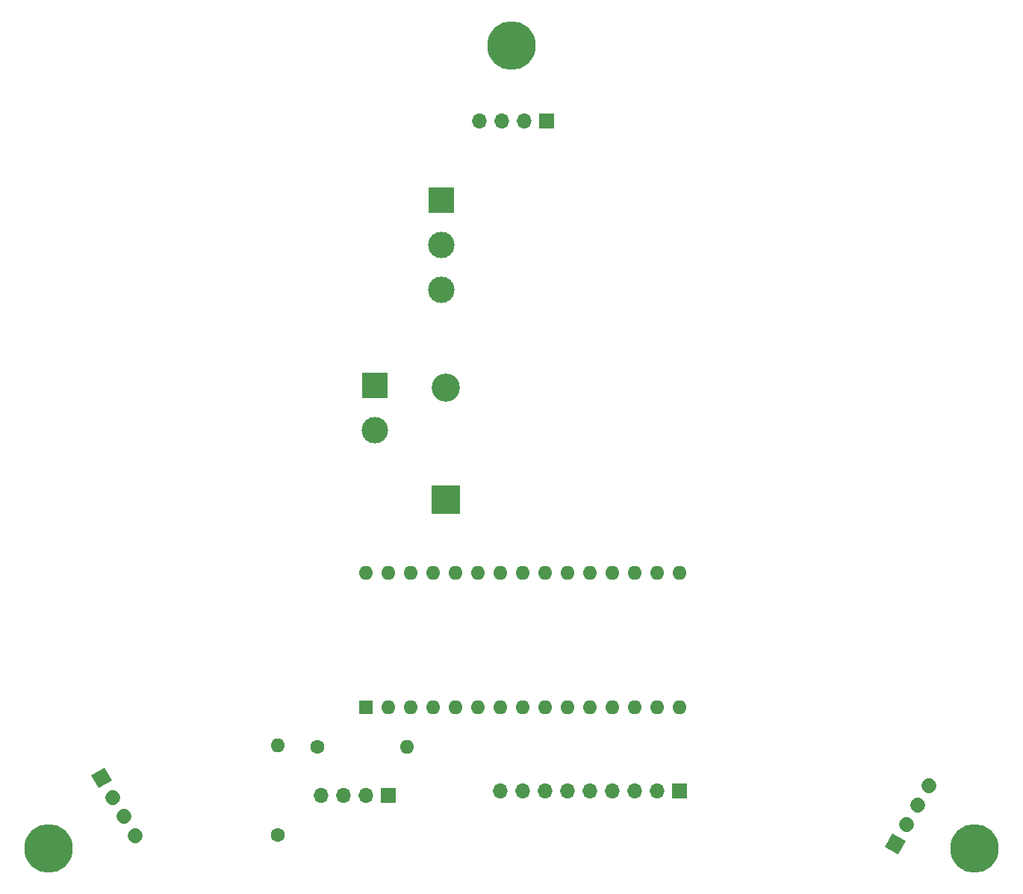
<source format=gbr>
G04 #@! TF.GenerationSoftware,KiCad,Pcbnew,5.1.5+dfsg1-2build2*
G04 #@! TF.CreationDate,2022-03-22T13:14:10-03:00*
G04 #@! TF.ProjectId,Robot3WD,526f626f-7433-4574-942e-6b696361645f,rev?*
G04 #@! TF.SameCoordinates,Original*
G04 #@! TF.FileFunction,Copper,L1,Top*
G04 #@! TF.FilePolarity,Positive*
%FSLAX46Y46*%
G04 Gerber Fmt 4.6, Leading zero omitted, Abs format (unit mm)*
G04 Created by KiCad (PCBNEW 5.1.5+dfsg1-2build2) date 2022-03-22 13:14:10*
%MOMM*%
%LPD*%
G04 APERTURE LIST*
%ADD10R,3.200000X3.200000*%
%ADD11O,3.200000X3.200000*%
%ADD12R,1.600000X1.600000*%
%ADD13O,1.600000X1.600000*%
%ADD14R,3.000000X3.000000*%
%ADD15C,3.000000*%
%ADD16C,0.100000*%
%ADD17C,1.700000*%
%ADD18O,1.700000X1.700000*%
%ADD19R,1.700000X1.700000*%
%ADD20C,1.600000*%
%ADD21C,5.500000*%
G04 APERTURE END LIST*
D10*
X95000000Y-103500000D03*
D11*
X95000000Y-90800000D03*
D12*
X86000000Y-127000000D03*
D13*
X119020000Y-111760000D03*
X88540000Y-127000000D03*
X116480000Y-111760000D03*
X91080000Y-127000000D03*
X113940000Y-111760000D03*
X93620000Y-127000000D03*
X111400000Y-111760000D03*
X96160000Y-127000000D03*
X108860000Y-111760000D03*
X98700000Y-127000000D03*
X106320000Y-111760000D03*
X101240000Y-127000000D03*
X103780000Y-111760000D03*
X103780000Y-127000000D03*
X101240000Y-111760000D03*
X106320000Y-127000000D03*
X98700000Y-111760000D03*
X108860000Y-127000000D03*
X96160000Y-111760000D03*
X111400000Y-127000000D03*
X93620000Y-111760000D03*
X113940000Y-127000000D03*
X91080000Y-111760000D03*
X116480000Y-127000000D03*
X88540000Y-111760000D03*
X119020000Y-127000000D03*
X86000000Y-111760000D03*
X121560000Y-127000000D03*
X121560000Y-111760000D03*
D14*
X87000000Y-90500000D03*
D15*
X87000000Y-95580000D03*
G04 #@! TA.AperFunction,ComponentPad*
D16*
G36*
X55688878Y-136161122D02*
G01*
X54838878Y-134688878D01*
X56311122Y-133838878D01*
X57161122Y-135311122D01*
X55688878Y-136161122D01*
G37*
G04 #@! TD.AperFunction*
D17*
X57270000Y-137199705D02*
X57270000Y-137199705D01*
X58540000Y-139399409D02*
X58540000Y-139399409D01*
X59810000Y-141599114D02*
X59810000Y-141599114D01*
D18*
X98880000Y-60500000D03*
X101420000Y-60500000D03*
X103960000Y-60500000D03*
D19*
X106500000Y-60500000D03*
G04 #@! TA.AperFunction,ComponentPad*
D16*
G36*
X147161122Y-142188878D02*
G01*
X146311122Y-143661122D01*
X144838878Y-142811122D01*
X145688878Y-141338878D01*
X147161122Y-142188878D01*
G37*
G04 #@! TD.AperFunction*
D17*
X147270000Y-140300295D02*
X147270000Y-140300295D01*
X148540000Y-138100591D02*
X148540000Y-138100591D01*
X149810000Y-135900886D02*
X149810000Y-135900886D01*
D19*
X121500000Y-136500000D03*
D18*
X118960000Y-136500000D03*
X116420000Y-136500000D03*
X113880000Y-136500000D03*
X111340000Y-136500000D03*
X108800000Y-136500000D03*
X106260000Y-136500000D03*
X103720000Y-136500000D03*
X101180000Y-136500000D03*
D19*
X88500000Y-137000000D03*
D18*
X85960000Y-137000000D03*
X83420000Y-137000000D03*
X80880000Y-137000000D03*
D20*
X76000000Y-141500000D03*
D13*
X76000000Y-131340000D03*
X90660000Y-131500000D03*
D20*
X80500000Y-131500000D03*
D14*
X94500000Y-69500000D03*
D15*
X94500000Y-74580000D03*
X94500000Y-79660000D03*
D21*
X102500000Y-52000000D03*
X50000000Y-143000000D03*
X155000000Y-143000000D03*
M02*

</source>
